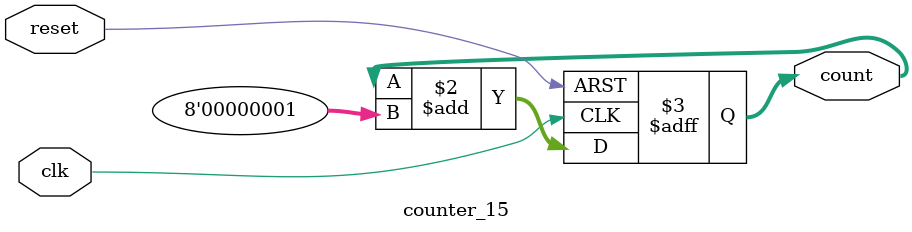
<source format=v>
module counter_15 (count, clk, reset);
output [7:0] count;
input clk, reset;
reg [7:0] count;
always @ (posedge clk or posedge reset)
  if (reset)
     count = 8'h00;
  else
     count <= count + 8'h01;
endmodule
</source>
